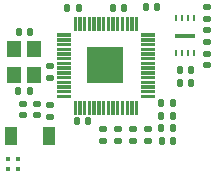
<source format=gbr>
%TF.GenerationSoftware,KiCad,Pcbnew,7.0.2-6a45011f42~172~ubuntu22.04.1*%
%TF.CreationDate,2023-05-25T04:45:34+08:00*%
%TF.ProjectId,fly2040_min,666c7932-3034-4305-9f6d-696e2e6b6963,rev?*%
%TF.SameCoordinates,PX4323800PY2f1c8c0*%
%TF.FileFunction,Paste,Top*%
%TF.FilePolarity,Positive*%
%FSLAX46Y46*%
G04 Gerber Fmt 4.6, Leading zero omitted, Abs format (unit mm)*
G04 Created by KiCad (PCBNEW 7.0.2-6a45011f42~172~ubuntu22.04.1) date 2023-05-25 04:45:34*
%MOMM*%
%LPD*%
G01*
G04 APERTURE LIST*
G04 Aperture macros list*
%AMRoundRect*
0 Rectangle with rounded corners*
0 $1 Rounding radius*
0 $2 $3 $4 $5 $6 $7 $8 $9 X,Y pos of 4 corners*
0 Add a 4 corners polygon primitive as box body*
4,1,4,$2,$3,$4,$5,$6,$7,$8,$9,$2,$3,0*
0 Add four circle primitives for the rounded corners*
1,1,$1+$1,$2,$3*
1,1,$1+$1,$4,$5*
1,1,$1+$1,$6,$7*
1,1,$1+$1,$8,$9*
0 Add four rect primitives between the rounded corners*
20,1,$1+$1,$2,$3,$4,$5,0*
20,1,$1+$1,$4,$5,$6,$7,0*
20,1,$1+$1,$6,$7,$8,$9,0*
20,1,$1+$1,$8,$9,$2,$3,0*%
G04 Aperture macros list end*
%ADD10C,0.120000*%
%ADD11RoundRect,0.135000X-0.135000X-0.185000X0.135000X-0.185000X0.135000X0.185000X-0.135000X0.185000X0*%
%ADD12RoundRect,0.135000X-0.185000X0.135000X-0.185000X-0.135000X0.185000X-0.135000X0.185000X0.135000X0*%
%ADD13RoundRect,0.135000X0.185000X-0.135000X0.185000X0.135000X-0.185000X0.135000X-0.185000X-0.135000X0*%
%ADD14RoundRect,0.140000X-0.170000X0.140000X-0.170000X-0.140000X0.170000X-0.140000X0.170000X0.140000X0*%
%ADD15RoundRect,0.140000X-0.140000X-0.170000X0.140000X-0.170000X0.140000X0.170000X-0.140000X0.170000X0*%
%ADD16RoundRect,0.140000X0.140000X0.170000X-0.140000X0.170000X-0.140000X-0.170000X0.140000X-0.170000X0*%
%ADD17R,0.450000X0.450000*%
%ADD18R,0.200000X1.100000*%
%ADD19R,1.100000X0.200000*%
%ADD20R,3.100000X3.100000*%
%ADD21R,0.280000X0.600000*%
%ADD22R,1.700000X0.300000*%
%ADD23R,1.000000X1.524000*%
%ADD24R,1.200000X1.400000*%
G04 APERTURE END LIST*
%TO.C,U1*%
D10*
X14585000Y-2915000D02*
X14385000Y-2915000D01*
X14385000Y-1815000D01*
X14585000Y-1815000D01*
X14585000Y-2915000D01*
G36*
X14585000Y-2915000D02*
G01*
X14385000Y-2915000D01*
X14385000Y-1815000D01*
X14585000Y-1815000D01*
X14585000Y-2915000D01*
G37*
X14185000Y-2915000D02*
X13985000Y-2915000D01*
X13985000Y-1815000D01*
X14185000Y-1815000D01*
X14185000Y-2915000D01*
G36*
X14185000Y-2915000D02*
G01*
X13985000Y-2915000D01*
X13985000Y-1815000D01*
X14185000Y-1815000D01*
X14185000Y-2915000D01*
G37*
X13785000Y-2915000D02*
X13585000Y-2915000D01*
X13585000Y-1815000D01*
X13785000Y-1815000D01*
X13785000Y-2915000D01*
G36*
X13785000Y-2915000D02*
G01*
X13585000Y-2915000D01*
X13585000Y-1815000D01*
X13785000Y-1815000D01*
X13785000Y-2915000D01*
G37*
X13385000Y-2915000D02*
X13185000Y-2915000D01*
X13185000Y-1815000D01*
X13385000Y-1815000D01*
X13385000Y-2915000D01*
G36*
X13385000Y-2915000D02*
G01*
X13185000Y-2915000D01*
X13185000Y-1815000D01*
X13385000Y-1815000D01*
X13385000Y-2915000D01*
G37*
X12985000Y-2915000D02*
X12785000Y-2915000D01*
X12785000Y-1815000D01*
X12985000Y-1815000D01*
X12985000Y-2915000D01*
G36*
X12985000Y-2915000D02*
G01*
X12785000Y-2915000D01*
X12785000Y-1815000D01*
X12985000Y-1815000D01*
X12985000Y-2915000D01*
G37*
X12585000Y-2915000D02*
X12385000Y-2915000D01*
X12385000Y-1815000D01*
X12585000Y-1815000D01*
X12585000Y-2915000D01*
G36*
X12585000Y-2915000D02*
G01*
X12385000Y-2915000D01*
X12385000Y-1815000D01*
X12585000Y-1815000D01*
X12585000Y-2915000D01*
G37*
X12185000Y-2915000D02*
X11985000Y-2915000D01*
X11985000Y-1815000D01*
X12185000Y-1815000D01*
X12185000Y-2915000D01*
G36*
X12185000Y-2915000D02*
G01*
X11985000Y-2915000D01*
X11985000Y-1815000D01*
X12185000Y-1815000D01*
X12185000Y-2915000D01*
G37*
X11385000Y-2915000D02*
X11185000Y-2915000D01*
X11185000Y-1815000D01*
X11385000Y-1815000D01*
X11385000Y-2915000D01*
G36*
X11385000Y-2915000D02*
G01*
X11185000Y-2915000D01*
X11185000Y-1815000D01*
X11385000Y-1815000D01*
X11385000Y-2915000D01*
G37*
X10985000Y-2915000D02*
X10785000Y-2915000D01*
X10785000Y-1815000D01*
X10985000Y-1815000D01*
X10985000Y-2915000D01*
G36*
X10985000Y-2915000D02*
G01*
X10785000Y-2915000D01*
X10785000Y-1815000D01*
X10985000Y-1815000D01*
X10985000Y-2915000D01*
G37*
X10585000Y-2915000D02*
X10385000Y-2915000D01*
X10385000Y-1815000D01*
X10585000Y-1815000D01*
X10585000Y-2915000D01*
G36*
X10585000Y-2915000D02*
G01*
X10385000Y-2915000D01*
X10385000Y-1815000D01*
X10585000Y-1815000D01*
X10585000Y-2915000D01*
G37*
X10185000Y-2915000D02*
X9985000Y-2915000D01*
X9985000Y-1815000D01*
X10185000Y-1815000D01*
X10185000Y-2915000D01*
G36*
X10185000Y-2915000D02*
G01*
X9985000Y-2915000D01*
X9985000Y-1815000D01*
X10185000Y-1815000D01*
X10185000Y-2915000D01*
G37*
X9785000Y-2915000D02*
X9585000Y-2915000D01*
X9585000Y-1815000D01*
X9785000Y-1815000D01*
X9785000Y-2915000D01*
G36*
X9785000Y-2915000D02*
G01*
X9585000Y-2915000D01*
X9585000Y-1815000D01*
X9785000Y-1815000D01*
X9785000Y-2915000D01*
G37*
X9385000Y-2915000D02*
X9185000Y-2915000D01*
X9185000Y-1815000D01*
X9385000Y-1815000D01*
X9385000Y-2915000D01*
G36*
X9385000Y-2915000D02*
G01*
X9185000Y-2915000D01*
X9185000Y-1815000D01*
X9385000Y-1815000D01*
X9385000Y-2915000D01*
G37*
X11785000Y-2915000D02*
X11585000Y-2915000D01*
X11585000Y-1815000D01*
X11785000Y-1815000D01*
X11785000Y-2915000D01*
G36*
X11785000Y-2915000D02*
G01*
X11585000Y-2915000D01*
X11585000Y-1815000D01*
X11785000Y-1815000D01*
X11785000Y-2915000D01*
G37*
X15985000Y-3415000D02*
X14885000Y-3415000D01*
X14885000Y-3215000D01*
X15985000Y-3215000D01*
X15985000Y-3415000D01*
G36*
X15985000Y-3415000D02*
G01*
X14885000Y-3415000D01*
X14885000Y-3215000D01*
X15985000Y-3215000D01*
X15985000Y-3415000D01*
G37*
X8885000Y-3415000D02*
X7785000Y-3415000D01*
X7785000Y-3215000D01*
X8885000Y-3215000D01*
X8885000Y-3415000D01*
G36*
X8885000Y-3415000D02*
G01*
X7785000Y-3415000D01*
X7785000Y-3215000D01*
X8885000Y-3215000D01*
X8885000Y-3415000D01*
G37*
X15985000Y-3815000D02*
X14885000Y-3815000D01*
X14885000Y-3615000D01*
X15985000Y-3615000D01*
X15985000Y-3815000D01*
G36*
X15985000Y-3815000D02*
G01*
X14885000Y-3815000D01*
X14885000Y-3615000D01*
X15985000Y-3615000D01*
X15985000Y-3815000D01*
G37*
X8885000Y-3815000D02*
X7785000Y-3815000D01*
X7785000Y-3615000D01*
X8885000Y-3615000D01*
X8885000Y-3815000D01*
G36*
X8885000Y-3815000D02*
G01*
X7785000Y-3815000D01*
X7785000Y-3615000D01*
X8885000Y-3615000D01*
X8885000Y-3815000D01*
G37*
X8885000Y-4215000D02*
X7785000Y-4215000D01*
X7785000Y-4015000D01*
X8885000Y-4015000D01*
X8885000Y-4215000D01*
G36*
X8885000Y-4215000D02*
G01*
X7785000Y-4215000D01*
X7785000Y-4015000D01*
X8885000Y-4015000D01*
X8885000Y-4215000D01*
G37*
X15985000Y-4215000D02*
X14885000Y-4215000D01*
X14885000Y-4015000D01*
X15985000Y-4015000D01*
X15985000Y-4215000D01*
G36*
X15985000Y-4215000D02*
G01*
X14885000Y-4215000D01*
X14885000Y-4015000D01*
X15985000Y-4015000D01*
X15985000Y-4215000D01*
G37*
X8885000Y-4615000D02*
X7785000Y-4615000D01*
X7785000Y-4415000D01*
X8885000Y-4415000D01*
X8885000Y-4615000D01*
G36*
X8885000Y-4615000D02*
G01*
X7785000Y-4615000D01*
X7785000Y-4415000D01*
X8885000Y-4415000D01*
X8885000Y-4615000D01*
G37*
X15985000Y-4615000D02*
X14885000Y-4615000D01*
X14885000Y-4415000D01*
X15985000Y-4415000D01*
X15985000Y-4615000D01*
G36*
X15985000Y-4615000D02*
G01*
X14885000Y-4615000D01*
X14885000Y-4415000D01*
X15985000Y-4415000D01*
X15985000Y-4615000D01*
G37*
X13125000Y-7155000D02*
X10645000Y-7155000D01*
X10645000Y-4675000D01*
X13125000Y-4675000D01*
X13125000Y-7155000D01*
G36*
X13125000Y-7155000D02*
G01*
X10645000Y-7155000D01*
X10645000Y-4675000D01*
X13125000Y-4675000D01*
X13125000Y-7155000D01*
G37*
X15985000Y-5015000D02*
X14885000Y-5015000D01*
X14885000Y-4815000D01*
X15985000Y-4815000D01*
X15985000Y-5015000D01*
G36*
X15985000Y-5015000D02*
G01*
X14885000Y-5015000D01*
X14885000Y-4815000D01*
X15985000Y-4815000D01*
X15985000Y-5015000D01*
G37*
X8885000Y-5015000D02*
X7785000Y-5015000D01*
X7785000Y-4815000D01*
X8885000Y-4815000D01*
X8885000Y-5015000D01*
G36*
X8885000Y-5015000D02*
G01*
X7785000Y-5015000D01*
X7785000Y-4815000D01*
X8885000Y-4815000D01*
X8885000Y-5015000D01*
G37*
X8885000Y-5415000D02*
X7785000Y-5415000D01*
X7785000Y-5215000D01*
X8885000Y-5215000D01*
X8885000Y-5415000D01*
G36*
X8885000Y-5415000D02*
G01*
X7785000Y-5415000D01*
X7785000Y-5215000D01*
X8885000Y-5215000D01*
X8885000Y-5415000D01*
G37*
X15985000Y-5415000D02*
X14885000Y-5415000D01*
X14885000Y-5215000D01*
X15985000Y-5215000D01*
X15985000Y-5415000D01*
G36*
X15985000Y-5415000D02*
G01*
X14885000Y-5415000D01*
X14885000Y-5215000D01*
X15985000Y-5215000D01*
X15985000Y-5415000D01*
G37*
X8885000Y-5815000D02*
X7785000Y-5815000D01*
X7785000Y-5615000D01*
X8885000Y-5615000D01*
X8885000Y-5815000D01*
G36*
X8885000Y-5815000D02*
G01*
X7785000Y-5815000D01*
X7785000Y-5615000D01*
X8885000Y-5615000D01*
X8885000Y-5815000D01*
G37*
X15985000Y-5815000D02*
X14885000Y-5815000D01*
X14885000Y-5615000D01*
X15985000Y-5615000D01*
X15985000Y-5815000D01*
G36*
X15985000Y-5815000D02*
G01*
X14885000Y-5815000D01*
X14885000Y-5615000D01*
X15985000Y-5615000D01*
X15985000Y-5815000D01*
G37*
X15985000Y-6215000D02*
X14885000Y-6215000D01*
X14885000Y-6015000D01*
X15985000Y-6015000D01*
X15985000Y-6215000D01*
G36*
X15985000Y-6215000D02*
G01*
X14885000Y-6215000D01*
X14885000Y-6015000D01*
X15985000Y-6015000D01*
X15985000Y-6215000D01*
G37*
X8885000Y-6215000D02*
X7785000Y-6215000D01*
X7785000Y-6015000D01*
X8885000Y-6015000D01*
X8885000Y-6215000D01*
G36*
X8885000Y-6215000D02*
G01*
X7785000Y-6215000D01*
X7785000Y-6015000D01*
X8885000Y-6015000D01*
X8885000Y-6215000D01*
G37*
X15985000Y-6615000D02*
X14885000Y-6615000D01*
X14885000Y-6415000D01*
X15985000Y-6415000D01*
X15985000Y-6615000D01*
G36*
X15985000Y-6615000D02*
G01*
X14885000Y-6615000D01*
X14885000Y-6415000D01*
X15985000Y-6415000D01*
X15985000Y-6615000D01*
G37*
X8885000Y-6615000D02*
X7785000Y-6615000D01*
X7785000Y-6415000D01*
X8885000Y-6415000D01*
X8885000Y-6615000D01*
G36*
X8885000Y-6615000D02*
G01*
X7785000Y-6615000D01*
X7785000Y-6415000D01*
X8885000Y-6415000D01*
X8885000Y-6615000D01*
G37*
X8885000Y-7015000D02*
X7785000Y-7015000D01*
X7785000Y-6815000D01*
X8885000Y-6815000D01*
X8885000Y-7015000D01*
G36*
X8885000Y-7015000D02*
G01*
X7785000Y-7015000D01*
X7785000Y-6815000D01*
X8885000Y-6815000D01*
X8885000Y-7015000D01*
G37*
X15985000Y-7015000D02*
X14885000Y-7015000D01*
X14885000Y-6815000D01*
X15985000Y-6815000D01*
X15985000Y-7015000D01*
G36*
X15985000Y-7015000D02*
G01*
X14885000Y-7015000D01*
X14885000Y-6815000D01*
X15985000Y-6815000D01*
X15985000Y-7015000D01*
G37*
X8885000Y-7415000D02*
X7785000Y-7415000D01*
X7785000Y-7215000D01*
X8885000Y-7215000D01*
X8885000Y-7415000D01*
G36*
X8885000Y-7415000D02*
G01*
X7785000Y-7415000D01*
X7785000Y-7215000D01*
X8885000Y-7215000D01*
X8885000Y-7415000D01*
G37*
X15985000Y-7415000D02*
X14885000Y-7415000D01*
X14885000Y-7215000D01*
X15985000Y-7215000D01*
X15985000Y-7415000D01*
G36*
X15985000Y-7415000D02*
G01*
X14885000Y-7415000D01*
X14885000Y-7215000D01*
X15985000Y-7215000D01*
X15985000Y-7415000D01*
G37*
X8885000Y-7815000D02*
X7785000Y-7815000D01*
X7785000Y-7615000D01*
X8885000Y-7615000D01*
X8885000Y-7815000D01*
G36*
X8885000Y-7815000D02*
G01*
X7785000Y-7815000D01*
X7785000Y-7615000D01*
X8885000Y-7615000D01*
X8885000Y-7815000D01*
G37*
X15985000Y-7815000D02*
X14885000Y-7815000D01*
X14885000Y-7615000D01*
X15985000Y-7615000D01*
X15985000Y-7815000D01*
G36*
X15985000Y-7815000D02*
G01*
X14885000Y-7815000D01*
X14885000Y-7615000D01*
X15985000Y-7615000D01*
X15985000Y-7815000D01*
G37*
X15985000Y-8215000D02*
X14885000Y-8215000D01*
X14885000Y-8015000D01*
X15985000Y-8015000D01*
X15985000Y-8215000D01*
G36*
X15985000Y-8215000D02*
G01*
X14885000Y-8215000D01*
X14885000Y-8015000D01*
X15985000Y-8015000D01*
X15985000Y-8215000D01*
G37*
X8885000Y-8215000D02*
X7785000Y-8215000D01*
X7785000Y-8015000D01*
X8885000Y-8015000D01*
X8885000Y-8215000D01*
G36*
X8885000Y-8215000D02*
G01*
X7785000Y-8215000D01*
X7785000Y-8015000D01*
X8885000Y-8015000D01*
X8885000Y-8215000D01*
G37*
X15985000Y-8615000D02*
X14885000Y-8615000D01*
X14885000Y-8415000D01*
X15985000Y-8415000D01*
X15985000Y-8615000D01*
G36*
X15985000Y-8615000D02*
G01*
X14885000Y-8615000D01*
X14885000Y-8415000D01*
X15985000Y-8415000D01*
X15985000Y-8615000D01*
G37*
X8885000Y-8615000D02*
X7785000Y-8615000D01*
X7785000Y-8415000D01*
X8885000Y-8415000D01*
X8885000Y-8615000D01*
G36*
X8885000Y-8615000D02*
G01*
X7785000Y-8615000D01*
X7785000Y-8415000D01*
X8885000Y-8415000D01*
X8885000Y-8615000D01*
G37*
X12185000Y-10015000D02*
X11985000Y-10015000D01*
X11985000Y-8915000D01*
X12185000Y-8915000D01*
X12185000Y-10015000D01*
G36*
X12185000Y-10015000D02*
G01*
X11985000Y-10015000D01*
X11985000Y-8915000D01*
X12185000Y-8915000D01*
X12185000Y-10015000D01*
G37*
X9385000Y-10015000D02*
X9185000Y-10015000D01*
X9185000Y-8915000D01*
X9385000Y-8915000D01*
X9385000Y-10015000D01*
G36*
X9385000Y-10015000D02*
G01*
X9185000Y-10015000D01*
X9185000Y-8915000D01*
X9385000Y-8915000D01*
X9385000Y-10015000D01*
G37*
X14585000Y-10015000D02*
X14385000Y-10015000D01*
X14385000Y-8915000D01*
X14585000Y-8915000D01*
X14585000Y-10015000D01*
G36*
X14585000Y-10015000D02*
G01*
X14385000Y-10015000D01*
X14385000Y-8915000D01*
X14585000Y-8915000D01*
X14585000Y-10015000D01*
G37*
X14185000Y-10015000D02*
X13985000Y-10015000D01*
X13985000Y-8915000D01*
X14185000Y-8915000D01*
X14185000Y-10015000D01*
G36*
X14185000Y-10015000D02*
G01*
X13985000Y-10015000D01*
X13985000Y-8915000D01*
X14185000Y-8915000D01*
X14185000Y-10015000D01*
G37*
X13785000Y-10015000D02*
X13585000Y-10015000D01*
X13585000Y-8915000D01*
X13785000Y-8915000D01*
X13785000Y-10015000D01*
G36*
X13785000Y-10015000D02*
G01*
X13585000Y-10015000D01*
X13585000Y-8915000D01*
X13785000Y-8915000D01*
X13785000Y-10015000D01*
G37*
X13385000Y-10015000D02*
X13185000Y-10015000D01*
X13185000Y-8915000D01*
X13385000Y-8915000D01*
X13385000Y-10015000D01*
G36*
X13385000Y-10015000D02*
G01*
X13185000Y-10015000D01*
X13185000Y-8915000D01*
X13385000Y-8915000D01*
X13385000Y-10015000D01*
G37*
X12985000Y-10015000D02*
X12785000Y-10015000D01*
X12785000Y-8915000D01*
X12985000Y-8915000D01*
X12985000Y-10015000D01*
G36*
X12985000Y-10015000D02*
G01*
X12785000Y-10015000D01*
X12785000Y-8915000D01*
X12985000Y-8915000D01*
X12985000Y-10015000D01*
G37*
X12585000Y-10015000D02*
X12385000Y-10015000D01*
X12385000Y-8915000D01*
X12585000Y-8915000D01*
X12585000Y-10015000D01*
G36*
X12585000Y-10015000D02*
G01*
X12385000Y-10015000D01*
X12385000Y-8915000D01*
X12585000Y-8915000D01*
X12585000Y-10015000D01*
G37*
X11785000Y-10015000D02*
X11585000Y-10015000D01*
X11585000Y-8915000D01*
X11785000Y-8915000D01*
X11785000Y-10015000D01*
G36*
X11785000Y-10015000D02*
G01*
X11585000Y-10015000D01*
X11585000Y-8915000D01*
X11785000Y-8915000D01*
X11785000Y-10015000D01*
G37*
X11385000Y-10015000D02*
X11185000Y-10015000D01*
X11185000Y-8915000D01*
X11385000Y-8915000D01*
X11385000Y-10015000D01*
G36*
X11385000Y-10015000D02*
G01*
X11185000Y-10015000D01*
X11185000Y-8915000D01*
X11385000Y-8915000D01*
X11385000Y-10015000D01*
G37*
X10985000Y-10015000D02*
X10785000Y-10015000D01*
X10785000Y-8915000D01*
X10985000Y-8915000D01*
X10985000Y-10015000D01*
G36*
X10985000Y-10015000D02*
G01*
X10785000Y-10015000D01*
X10785000Y-8915000D01*
X10985000Y-8915000D01*
X10985000Y-10015000D01*
G37*
X10585000Y-10015000D02*
X10385000Y-10015000D01*
X10385000Y-8915000D01*
X10585000Y-8915000D01*
X10585000Y-10015000D01*
G36*
X10585000Y-10015000D02*
G01*
X10385000Y-10015000D01*
X10385000Y-8915000D01*
X10585000Y-8915000D01*
X10585000Y-10015000D01*
G37*
X10185000Y-10015000D02*
X9985000Y-10015000D01*
X9985000Y-8915000D01*
X10185000Y-8915000D01*
X10185000Y-10015000D01*
G36*
X10185000Y-10015000D02*
G01*
X9985000Y-10015000D01*
X9985000Y-8915000D01*
X10185000Y-8915000D01*
X10185000Y-10015000D01*
G37*
X9785000Y-10015000D02*
X9585000Y-10015000D01*
X9585000Y-8915000D01*
X9785000Y-8915000D01*
X9785000Y-10015000D01*
G36*
X9785000Y-10015000D02*
G01*
X9585000Y-10015000D01*
X9585000Y-8915000D01*
X9785000Y-8915000D01*
X9785000Y-10015000D01*
G37*
%TD*%
D11*
%TO.C,R12*%
X8620000Y-1040000D03*
X9640000Y-1040000D03*
%TD*%
D12*
%TO.C,R11*%
X15510000Y-11270000D03*
X15510000Y-12290000D03*
%TD*%
%TO.C,R10*%
X14230000Y-11270000D03*
X14230000Y-12290000D03*
%TD*%
%TO.C,R9*%
X12950000Y-11270000D03*
X12950000Y-12290000D03*
%TD*%
%TO.C,R8*%
X11670000Y-11270000D03*
X11670000Y-12290000D03*
%TD*%
D13*
%TO.C,R6*%
X20480000Y-3965000D03*
X20480000Y-2945000D03*
%TD*%
D12*
%TO.C,R5*%
X20480000Y-960000D03*
X20480000Y-1980000D03*
%TD*%
D13*
%TO.C,R2*%
X7210000Y-10270000D03*
X7210000Y-9250000D03*
%TD*%
%TO.C,R1*%
X7180000Y-7010000D03*
X7180000Y-5990000D03*
%TD*%
D14*
%TO.C,C14*%
X20480000Y-4940000D03*
X20480000Y-5900000D03*
%TD*%
%TO.C,C13*%
X4920000Y-9185000D03*
X4920000Y-10145000D03*
%TD*%
D15*
%TO.C,C12*%
X12535000Y-1025000D03*
X13495000Y-1025000D03*
%TD*%
%TO.C,C11*%
X15300000Y-1020000D03*
X16260000Y-1020000D03*
%TD*%
%TO.C,C10*%
X18200000Y-7400000D03*
X19160000Y-7400000D03*
%TD*%
%TO.C,C9*%
X16625000Y-11235000D03*
X17585000Y-11235000D03*
%TD*%
%TO.C,C8*%
X16630000Y-12320000D03*
X17590000Y-12320000D03*
%TD*%
D16*
%TO.C,C7*%
X10410000Y-10670000D03*
X9450000Y-10670000D03*
%TD*%
%TO.C,C6*%
X17585000Y-10167500D03*
X16625000Y-10167500D03*
%TD*%
D15*
%TO.C,C5*%
X16625000Y-9100000D03*
X17585000Y-9100000D03*
%TD*%
D14*
%TO.C,C4*%
X6050000Y-9180000D03*
X6050000Y-10140000D03*
%TD*%
D15*
%TO.C,C3*%
X4530000Y-3060000D03*
X5490000Y-3060000D03*
%TD*%
%TO.C,C2*%
X18200000Y-6340000D03*
X19160000Y-6340000D03*
%TD*%
%TO.C,C1*%
X4510000Y-8130000D03*
X5470000Y-8130000D03*
%TD*%
D17*
%TO.C,U5*%
X3617500Y-14705000D03*
X4467500Y-14705000D03*
X3617500Y-13855000D03*
X4467500Y-13855000D03*
%TD*%
D18*
%TO.C,U1*%
X14485000Y-2365000D03*
X14085000Y-2365000D03*
X13685000Y-2365000D03*
X13285000Y-2365000D03*
X12885000Y-2365000D03*
X12485000Y-2365000D03*
X12085000Y-2365000D03*
X11685000Y-2365000D03*
X11285000Y-2365000D03*
X10885000Y-2365000D03*
X10485000Y-2365000D03*
X10085000Y-2365000D03*
X9685000Y-2365000D03*
X9285000Y-2365000D03*
D19*
X8335000Y-3315000D03*
X8335000Y-3715000D03*
X8335000Y-4115000D03*
X8335000Y-4515000D03*
X8335000Y-4915000D03*
X8335000Y-5315000D03*
X8335000Y-5715000D03*
X8335000Y-6115000D03*
X8335000Y-6515000D03*
X8335000Y-6915000D03*
X8335000Y-7315000D03*
X8335000Y-7715000D03*
X8335000Y-8115000D03*
X8335000Y-8515000D03*
D18*
X9285000Y-9465000D03*
X9685000Y-9465000D03*
X10085000Y-9465000D03*
X10485000Y-9465000D03*
X10885000Y-9465000D03*
X11285000Y-9465000D03*
X11685000Y-9465000D03*
X12085000Y-9465000D03*
X12485000Y-9465000D03*
X12885000Y-9465000D03*
X13285000Y-9465000D03*
X13685000Y-9465000D03*
X14085000Y-9465000D03*
X14485000Y-9465000D03*
D19*
X15435000Y-8515000D03*
X15435000Y-8115000D03*
X15435000Y-7715000D03*
X15435000Y-7315000D03*
X15435000Y-6915000D03*
X15435000Y-6515000D03*
X15435000Y-6115000D03*
X15435000Y-5715000D03*
X15435000Y-5315000D03*
X15435000Y-4915000D03*
X15435000Y-4515000D03*
X15435000Y-4115000D03*
X15435000Y-3715000D03*
X15435000Y-3315000D03*
D20*
X11885000Y-5915000D03*
%TD*%
D21*
%TO.C,U2*%
X19355000Y-1895500D03*
X18855000Y-1895500D03*
X18355000Y-1895500D03*
X17855000Y-1895500D03*
X17855000Y-4909500D03*
X18355000Y-4909500D03*
X18855000Y-4909500D03*
X19355000Y-4909500D03*
D22*
X18605000Y-3402500D03*
%TD*%
D23*
%TO.C,SW1*%
X7090000Y-11860000D03*
X3890000Y-11860000D03*
%TD*%
D24*
%TO.C,X1*%
X4102000Y-6693000D03*
X4102000Y-4493000D03*
X5852000Y-4493000D03*
X5852000Y-6693000D03*
%TD*%
M02*

</source>
